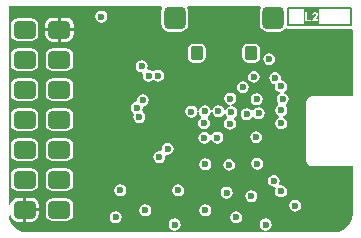
<source format=gbr>
%TF.GenerationSoftware,Altium Limited,Altium Designer,20.2.6 (244)*%
G04 Layer_Physical_Order=2*
G04 Layer_Color=36540*
%FSLAX45Y45*%
%MOMM*%
%TF.SameCoordinates,9E4D4D7D-1FFC-428C-BB03-7E89B6F1CBBC*%
%TF.FilePolarity,Positive*%
%TF.FileFunction,Copper,L2,Inr,Signal*%
%TF.Part,Single*%
G01*
G75*
%TA.AperFunction,NonConductor*%
%ADD22C,0.15000*%
%TA.AperFunction,ComponentPad*%
G04:AMPARAMS|DCode=27|XSize=1.1mm|YSize=1.2mm|CornerRadius=0.275mm|HoleSize=0mm|Usage=FLASHONLY|Rotation=180.000|XOffset=0mm|YOffset=0mm|HoleType=Round|Shape=RoundedRectangle|*
%AMROUNDEDRECTD27*
21,1,1.10000,0.65000,0,0,180.0*
21,1,0.55000,1.20000,0,0,180.0*
1,1,0.55000,-0.27500,0.32500*
1,1,0.55000,0.27500,0.32500*
1,1,0.55000,0.27500,-0.32500*
1,1,0.55000,-0.27500,-0.32500*
%
%ADD27ROUNDEDRECTD27*%
G04:AMPARAMS|DCode=28|XSize=1.9mm|YSize=1.9mm|CornerRadius=0.475mm|HoleSize=0mm|Usage=FLASHONLY|Rotation=180.000|XOffset=0mm|YOffset=0mm|HoleType=Round|Shape=RoundedRectangle|*
%AMROUNDEDRECTD28*
21,1,1.90000,0.95000,0,0,180.0*
21,1,0.95000,1.90000,0,0,180.0*
1,1,0.95000,-0.47500,0.47500*
1,1,0.95000,0.47500,0.47500*
1,1,0.95000,0.47500,-0.47500*
1,1,0.95000,-0.47500,-0.47500*
%
%ADD28ROUNDEDRECTD28*%
%TA.AperFunction,ViaPad*%
%ADD29C,0.60000*%
%TA.AperFunction,ComponentPad*%
G04:AMPARAMS|DCode=30|XSize=1.5mm|YSize=1.9mm|CornerRadius=0.375mm|HoleSize=0mm|Usage=FLASHONLY|Rotation=270.000|XOffset=0mm|YOffset=0mm|HoleType=Round|Shape=RoundedRectangle|*
%AMROUNDEDRECTD30*
21,1,1.50000,1.15000,0,0,270.0*
21,1,0.75000,1.90000,0,0,270.0*
1,1,0.75000,-0.57500,-0.37500*
1,1,0.75000,-0.57500,0.37500*
1,1,0.75000,0.57500,0.37500*
1,1,0.75000,0.57500,-0.37500*
%
%ADD30ROUNDEDRECTD30*%
G36*
X2179924Y1942827D02*
X2173917Y1933837D01*
X2168678Y1907500D01*
Y1812500D01*
X2173917Y1786163D01*
X2188836Y1763836D01*
X2211163Y1748917D01*
X2237500Y1743678D01*
X2332500D01*
X2358837Y1748917D01*
X2381164Y1763836D01*
X2389566Y1776409D01*
X2396770Y1771596D01*
X2407500Y1769462D01*
X2942500D01*
X2956056Y1756864D01*
Y1194971D01*
X2610000D01*
X2593183Y1191626D01*
X2578927Y1182100D01*
X2569401Y1167844D01*
X2566056Y1151027D01*
Y650000D01*
X2569401Y633183D01*
X2578927Y618927D01*
X2593183Y609401D01*
X2610000Y606056D01*
X2956056D01*
Y200000D01*
X2956165Y199453D01*
X2950913Y159563D01*
X2935305Y121882D01*
X2910476Y89524D01*
X2878118Y64695D01*
X2840437Y49087D01*
X2800547Y43836D01*
X2800000Y43944D01*
X200000D01*
X199453Y43836D01*
X159563Y49087D01*
X121882Y64695D01*
X89524Y89524D01*
X64695Y121882D01*
X49087Y159563D01*
X45697Y185316D01*
X60504Y187761D01*
X63250Y173958D01*
X77152Y153152D01*
X97958Y139250D01*
X122500Y134368D01*
X167300D01*
Y236000D01*
Y337632D01*
X122500D01*
X97958Y332750D01*
X77152Y318848D01*
X63250Y298042D01*
X58944Y276397D01*
X43944Y277875D01*
Y1956056D01*
X1337853D01*
X1344924Y1942827D01*
X1338917Y1933837D01*
X1333678Y1907500D01*
Y1812500D01*
X1338917Y1786163D01*
X1353835Y1763836D01*
X1376163Y1748917D01*
X1402500Y1743678D01*
X1497500D01*
X1523837Y1748917D01*
X1546164Y1763836D01*
X1561083Y1786163D01*
X1566322Y1812500D01*
Y1907500D01*
X1561083Y1933837D01*
X1555076Y1942827D01*
X1562147Y1956056D01*
X2172853D01*
X2179924Y1942827D01*
D02*
G37*
G36*
X2675500Y1804500D02*
X2544500D01*
Y1935500D01*
X2675500D01*
Y1804500D01*
D02*
G37*
%LPC*%
G36*
X830000Y1920980D02*
X810491Y1917099D01*
X793952Y1906048D01*
X782901Y1889509D01*
X779021Y1870000D01*
X782901Y1850491D01*
X793952Y1833952D01*
X810491Y1822901D01*
X830000Y1819020D01*
X849509Y1822901D01*
X866048Y1833952D01*
X877099Y1850491D01*
X880980Y1870000D01*
X877099Y1889509D01*
X866048Y1906048D01*
X849509Y1917099D01*
X830000Y1920980D01*
D02*
G37*
G36*
X531500Y1861632D02*
X486700D01*
Y1772700D01*
X595632D01*
Y1797500D01*
X590750Y1822042D01*
X576848Y1842848D01*
X556042Y1856750D01*
X531500Y1861632D01*
D02*
G37*
G36*
X461300D02*
X416500D01*
X391958Y1856750D01*
X371152Y1842848D01*
X357250Y1822042D01*
X352368Y1797500D01*
Y1772700D01*
X461300D01*
Y1861632D01*
D02*
G37*
G36*
X237500Y1856126D02*
X122500D01*
X100065Y1851664D01*
X81045Y1838955D01*
X68337Y1819935D01*
X63874Y1797500D01*
Y1722500D01*
X68337Y1700065D01*
X81045Y1681045D01*
X100065Y1668337D01*
X122500Y1663874D01*
X237500D01*
X259935Y1668337D01*
X278955Y1681045D01*
X291664Y1700065D01*
X296126Y1722500D01*
Y1797500D01*
X291664Y1819935D01*
X278955Y1838955D01*
X259935Y1851664D01*
X237500Y1856126D01*
D02*
G37*
G36*
X595632Y1747300D02*
X486700D01*
Y1658368D01*
X531500D01*
X556042Y1663250D01*
X576848Y1677152D01*
X590750Y1697958D01*
X595632Y1722500D01*
Y1747300D01*
D02*
G37*
G36*
X461300D02*
X352368D01*
Y1722500D01*
X357250Y1697958D01*
X371152Y1677152D01*
X391958Y1663250D01*
X416500Y1658368D01*
X461300D01*
Y1747300D01*
D02*
G37*
G36*
X2125000Y1640931D02*
X2070000D01*
X2051467Y1637244D01*
X2035755Y1626746D01*
X2025256Y1611034D01*
X2021569Y1592500D01*
Y1527500D01*
X2025256Y1508967D01*
X2035755Y1493255D01*
X2051467Y1482756D01*
X2070000Y1479070D01*
X2125000D01*
X2143533Y1482756D01*
X2159245Y1493255D01*
X2169744Y1508967D01*
X2173431Y1527500D01*
Y1592500D01*
X2169744Y1611034D01*
X2159245Y1626746D01*
X2143533Y1637244D01*
X2125000Y1640931D01*
D02*
G37*
G36*
X1665000D02*
X1610000D01*
X1591466Y1637244D01*
X1575755Y1626746D01*
X1565256Y1611034D01*
X1561569Y1592500D01*
Y1527500D01*
X1565256Y1508967D01*
X1575755Y1493255D01*
X1591466Y1482756D01*
X1610000Y1479070D01*
X1665000D01*
X1683533Y1482756D01*
X1699245Y1493255D01*
X1709744Y1508967D01*
X1713430Y1527500D01*
Y1592500D01*
X1709744Y1611034D01*
X1699245Y1626746D01*
X1683533Y1637244D01*
X1665000Y1640931D01*
D02*
G37*
G36*
X2250000Y1560980D02*
X2230491Y1557099D01*
X2213952Y1546048D01*
X2202901Y1529509D01*
X2199020Y1510000D01*
X2202901Y1490491D01*
X2213952Y1473952D01*
X2230491Y1462901D01*
X2250000Y1459020D01*
X2269509Y1462901D01*
X2286048Y1473952D01*
X2297099Y1490491D01*
X2300980Y1510000D01*
X2297099Y1529509D01*
X2286048Y1546048D01*
X2269509Y1557099D01*
X2250000Y1560980D01*
D02*
G37*
G36*
X531500Y1602126D02*
X416500D01*
X394065Y1597664D01*
X375045Y1584955D01*
X362337Y1565935D01*
X357874Y1543500D01*
Y1468500D01*
X362337Y1446065D01*
X375045Y1427045D01*
X394065Y1414337D01*
X416500Y1409874D01*
X531500D01*
X553935Y1414337D01*
X572955Y1427045D01*
X585664Y1446065D01*
X590126Y1468500D01*
Y1543500D01*
X585664Y1565935D01*
X572955Y1584955D01*
X553935Y1597664D01*
X531500Y1602126D01*
D02*
G37*
G36*
X237500D02*
X122500D01*
X100065Y1597664D01*
X81045Y1584955D01*
X68337Y1565935D01*
X63874Y1543500D01*
Y1468500D01*
X68337Y1446065D01*
X81045Y1427045D01*
X100065Y1414337D01*
X122500Y1409874D01*
X237500D01*
X259935Y1414337D01*
X278955Y1427045D01*
X291664Y1446065D01*
X296126Y1468500D01*
Y1543500D01*
X291664Y1565935D01*
X278955Y1584955D01*
X259935Y1597664D01*
X237500Y1602126D01*
D02*
G37*
G36*
X1170000Y1500979D02*
X1150491Y1497099D01*
X1133952Y1486048D01*
X1122901Y1469509D01*
X1119020Y1450000D01*
X1122901Y1430491D01*
X1133952Y1413952D01*
X1150491Y1402901D01*
X1170000Y1399020D01*
X1171402Y1399299D01*
X1175744Y1395600D01*
X1182233Y1386160D01*
X1179018Y1369997D01*
X1182899Y1350488D01*
X1193950Y1333949D01*
X1210489Y1322898D01*
X1229998Y1319018D01*
X1249507Y1322898D01*
X1259041Y1329269D01*
X1273952Y1333952D01*
X1290491Y1322901D01*
X1310000Y1319020D01*
X1329509Y1322901D01*
X1346048Y1333952D01*
X1357099Y1350491D01*
X1360979Y1370000D01*
X1357099Y1389509D01*
X1346048Y1406048D01*
X1329509Y1417099D01*
X1310000Y1420980D01*
X1290491Y1417099D01*
X1273952Y1406048D01*
X1259038Y1410727D01*
X1249507Y1417096D01*
X1229998Y1420977D01*
X1228596Y1420698D01*
X1224253Y1424397D01*
X1217765Y1433838D01*
X1220980Y1450000D01*
X1217099Y1469509D01*
X1206048Y1486048D01*
X1189509Y1497099D01*
X1170000Y1500979D01*
D02*
G37*
G36*
X2119996Y1410977D02*
X2100487Y1407096D01*
X2083948Y1396045D01*
X2072897Y1379506D01*
X2069016Y1359997D01*
X2072897Y1340488D01*
X2083948Y1323949D01*
X2100487Y1312898D01*
X2119996Y1309018D01*
X2139505Y1312898D01*
X2156044Y1323949D01*
X2167095Y1340488D01*
X2170975Y1359997D01*
X2167095Y1379506D01*
X2156044Y1396045D01*
X2139505Y1407096D01*
X2119996Y1410977D01*
D02*
G37*
G36*
X2026435Y1323480D02*
X2006926Y1319599D01*
X1990387Y1308548D01*
X1979336Y1292009D01*
X1975455Y1272500D01*
X1979336Y1252991D01*
X1990387Y1236452D01*
X2006926Y1225401D01*
X2026435Y1221521D01*
X2045944Y1225401D01*
X2062483Y1236452D01*
X2073534Y1252991D01*
X2077414Y1272500D01*
X2073534Y1292009D01*
X2062483Y1308548D01*
X2045944Y1319599D01*
X2026435Y1323480D01*
D02*
G37*
G36*
X531500Y1348126D02*
X416500D01*
X394065Y1343664D01*
X375045Y1330955D01*
X362337Y1311935D01*
X357874Y1289500D01*
Y1214500D01*
X362337Y1192065D01*
X375045Y1173045D01*
X394065Y1160337D01*
X416500Y1155874D01*
X531500D01*
X553935Y1160337D01*
X572955Y1173045D01*
X585664Y1192065D01*
X590126Y1214500D01*
Y1289500D01*
X585664Y1311935D01*
X572955Y1330955D01*
X553935Y1343664D01*
X531500Y1348126D01*
D02*
G37*
G36*
X237500D02*
X122500D01*
X100065Y1343664D01*
X81045Y1330955D01*
X68337Y1311935D01*
X63874Y1289500D01*
Y1214500D01*
X68337Y1192065D01*
X81045Y1173045D01*
X100065Y1160337D01*
X122500Y1155874D01*
X237500D01*
X259935Y1160337D01*
X278955Y1173045D01*
X291664Y1192065D01*
X296126Y1214500D01*
Y1289500D01*
X291664Y1311935D01*
X278955Y1330955D01*
X259935Y1343664D01*
X237500Y1348126D01*
D02*
G37*
G36*
X2144642Y1221687D02*
X2125133Y1217807D01*
X2108594Y1206756D01*
X2097543Y1190217D01*
X2093663Y1170708D01*
X2097543Y1151199D01*
X2108594Y1134660D01*
X2125133Y1123609D01*
X2144642Y1119728D01*
X2164151Y1123609D01*
X2180690Y1134660D01*
X2191741Y1151199D01*
X2195622Y1170708D01*
X2191741Y1190217D01*
X2180690Y1206756D01*
X2164151Y1217807D01*
X2144642Y1221687D01*
D02*
G37*
G36*
X1921065Y1225980D02*
X1901557Y1222099D01*
X1885018Y1211048D01*
X1873967Y1194509D01*
X1870086Y1175000D01*
X1873967Y1155491D01*
X1885018Y1138952D01*
X1901557Y1127901D01*
X1913875Y1125451D01*
X1921065Y1124020D01*
X1922795Y1109547D01*
X1910491Y1107099D01*
X1893952Y1096048D01*
X1884039Y1081212D01*
X1877224Y1080799D01*
X1868430Y1082796D01*
X1867095Y1089507D01*
X1856044Y1106046D01*
X1839505Y1117097D01*
X1819996Y1120977D01*
X1800487Y1117097D01*
X1783948Y1106046D01*
X1772897Y1089507D01*
X1770566Y1077786D01*
X1755272D01*
X1753215Y1088125D01*
X1742164Y1104664D01*
X1725625Y1115715D01*
X1706116Y1119596D01*
X1686607Y1115715D01*
X1670069Y1104664D01*
X1659018Y1088125D01*
X1656638Y1076161D01*
X1655909Y1072499D01*
X1640616D01*
X1639995Y1075618D01*
X1638216Y1084561D01*
X1627165Y1101100D01*
X1610626Y1112151D01*
X1591117Y1116031D01*
X1571608Y1112151D01*
X1555069Y1101100D01*
X1544018Y1084561D01*
X1540137Y1065052D01*
X1544018Y1045543D01*
X1555069Y1029004D01*
X1571608Y1017953D01*
X1591117Y1014072D01*
X1610626Y1017953D01*
X1627165Y1029004D01*
X1638216Y1045543D01*
X1640596Y1057507D01*
X1641325Y1061169D01*
X1656618D01*
X1657239Y1058050D01*
X1659018Y1049107D01*
X1670069Y1032568D01*
X1675356Y1029035D01*
X1676136Y1025662D01*
X1674329Y1011681D01*
X1662156Y1003548D01*
X1651105Y987009D01*
X1647225Y967500D01*
X1651105Y947991D01*
X1662156Y931452D01*
X1678695Y920401D01*
X1698204Y916520D01*
X1717713Y920401D01*
X1734252Y931452D01*
X1745303Y947991D01*
X1749184Y967500D01*
X1745303Y987009D01*
X1734252Y1003548D01*
X1728964Y1007081D01*
X1728184Y1010454D01*
X1729992Y1024435D01*
X1742164Y1032568D01*
X1753215Y1049107D01*
X1755547Y1060828D01*
X1770841D01*
X1772897Y1050489D01*
X1783948Y1033950D01*
X1800487Y1022899D01*
X1819996Y1019018D01*
X1839505Y1022899D01*
X1856044Y1033950D01*
X1865957Y1048786D01*
X1872773Y1049199D01*
X1881566Y1047202D01*
X1882901Y1040491D01*
X1893418Y1024751D01*
X1893922Y1023689D01*
X1892059Y1007176D01*
X1882887Y1001048D01*
X1871836Y984509D01*
X1867955Y965000D01*
X1871836Y945491D01*
X1882887Y928952D01*
X1899426Y917901D01*
X1918935Y914020D01*
X1938444Y917901D01*
X1954983Y928952D01*
X1966034Y945491D01*
X1969915Y965000D01*
X1966034Y984509D01*
X1955517Y1000248D01*
X1955013Y1001310D01*
X1956876Y1017823D01*
X1966048Y1023952D01*
X1977099Y1040491D01*
X1980980Y1060000D01*
X1977099Y1079509D01*
X1966048Y1096048D01*
X1949509Y1107099D01*
X1937191Y1109549D01*
X1930000Y1110980D01*
X1928270Y1125453D01*
X1940574Y1127901D01*
X1957113Y1138952D01*
X1968164Y1155491D01*
X1972045Y1175000D01*
X1968164Y1194509D01*
X1957113Y1211048D01*
X1940574Y1222099D01*
X1921065Y1225980D01*
D02*
G37*
G36*
X2159996Y1100977D02*
X2140487Y1097097D01*
X2123948Y1086046D01*
X2117348Y1076169D01*
X2099912Y1075265D01*
X2096048Y1081048D01*
X2079509Y1092099D01*
X2060000Y1095980D01*
X2040491Y1092099D01*
X2023952Y1081048D01*
X2012901Y1064509D01*
X2009020Y1045000D01*
X2012901Y1025491D01*
X2023952Y1008952D01*
X2040491Y997901D01*
X2060000Y994020D01*
X2079509Y997901D01*
X2096048Y1008952D01*
X2102647Y1018829D01*
X2120083Y1019733D01*
X2123948Y1013950D01*
X2140487Y1002899D01*
X2159996Y999018D01*
X2179505Y1002899D01*
X2196044Y1013950D01*
X2207095Y1030489D01*
X2210975Y1049998D01*
X2207095Y1069507D01*
X2196044Y1086046D01*
X2179505Y1097097D01*
X2159996Y1100977D01*
D02*
G37*
G36*
X1180000Y1210980D02*
X1160491Y1207099D01*
X1143952Y1196048D01*
X1132901Y1179509D01*
X1129020Y1160000D01*
X1116072Y1148207D01*
X1110489Y1147097D01*
X1093950Y1136046D01*
X1082899Y1119507D01*
X1079018Y1099998D01*
X1082899Y1080489D01*
X1093950Y1063950D01*
X1099216Y1060431D01*
X1103355Y1040188D01*
X1102901Y1039509D01*
X1099020Y1020000D01*
X1102901Y1000491D01*
X1113952Y983952D01*
X1130491Y972901D01*
X1150000Y969020D01*
X1169509Y972901D01*
X1186048Y983952D01*
X1197099Y1000491D01*
X1200980Y1020000D01*
X1197099Y1039509D01*
X1186048Y1056048D01*
X1180781Y1059567D01*
X1176643Y1079810D01*
X1177097Y1080489D01*
X1180977Y1099998D01*
X1193925Y1111791D01*
X1199509Y1112901D01*
X1216048Y1123952D01*
X1227099Y1140491D01*
X1230980Y1160000D01*
X1227099Y1179509D01*
X1216048Y1196048D01*
X1199509Y1207099D01*
X1180000Y1210980D01*
D02*
G37*
G36*
X2300000Y1400980D02*
X2280491Y1397099D01*
X2263952Y1386048D01*
X2252901Y1369509D01*
X2249020Y1350000D01*
X2252901Y1330491D01*
X2263952Y1313952D01*
X2280491Y1302901D01*
X2300000Y1299020D01*
X2299994Y1284892D01*
X2299021Y1280000D01*
X2302901Y1260491D01*
X2313952Y1243952D01*
X2330491Y1232901D01*
X2339518Y1231105D01*
X2341408Y1215435D01*
X2328952Y1207113D01*
X2317901Y1190574D01*
X2314021Y1171065D01*
X2317901Y1151556D01*
X2327820Y1136712D01*
X2328901Y1134728D01*
X2326090Y1118889D01*
X2317938Y1113442D01*
X2306887Y1096903D01*
X2303006Y1077394D01*
X2306887Y1057885D01*
X2317938Y1041346D01*
X2334477Y1030295D01*
X2336668Y1029859D01*
Y1014565D01*
X2332347Y1013706D01*
X2315808Y1002655D01*
X2304757Y986116D01*
X2300876Y966607D01*
X2304757Y947098D01*
X2315808Y930559D01*
X2332347Y919508D01*
X2351856Y915627D01*
X2371365Y919508D01*
X2387904Y930559D01*
X2398955Y947098D01*
X2402835Y966607D01*
X2398955Y986116D01*
X2387904Y1002655D01*
X2371365Y1013706D01*
X2369174Y1014142D01*
Y1029436D01*
X2373495Y1030295D01*
X2390034Y1041346D01*
X2401085Y1057885D01*
X2404965Y1077394D01*
X2401085Y1096903D01*
X2391166Y1111747D01*
X2390085Y1113731D01*
X2392896Y1129570D01*
X2401048Y1135017D01*
X2412099Y1151556D01*
X2415980Y1171065D01*
X2412099Y1190574D01*
X2401048Y1207113D01*
X2384509Y1218164D01*
X2375482Y1219959D01*
X2373592Y1235629D01*
X2386048Y1243952D01*
X2397099Y1260491D01*
X2400980Y1280000D01*
X2397099Y1299509D01*
X2386048Y1316048D01*
X2369509Y1327099D01*
X2350000Y1330980D01*
X2350006Y1345108D01*
X2350980Y1350000D01*
X2347099Y1369509D01*
X2336048Y1386048D01*
X2319509Y1397099D01*
X2300000Y1400980D01*
D02*
G37*
G36*
X531500Y1094126D02*
X416500D01*
X394065Y1089664D01*
X375045Y1076955D01*
X362337Y1057935D01*
X357874Y1035500D01*
Y960500D01*
X362337Y938065D01*
X375045Y919045D01*
X394065Y906337D01*
X416500Y901874D01*
X531500D01*
X553935Y906337D01*
X572955Y919045D01*
X585664Y938065D01*
X590126Y960500D01*
Y1035500D01*
X585664Y1057935D01*
X572955Y1076955D01*
X553935Y1089664D01*
X531500Y1094126D01*
D02*
G37*
G36*
X237500D02*
X122500D01*
X100065Y1089664D01*
X81045Y1076955D01*
X68337Y1057935D01*
X63874Y1035500D01*
Y960500D01*
X68337Y938065D01*
X81045Y919045D01*
X100065Y906337D01*
X122500Y901874D01*
X237500D01*
X259935Y906337D01*
X278955Y919045D01*
X291664Y938065D01*
X296126Y960500D01*
Y1035500D01*
X291664Y1057935D01*
X278955Y1076955D01*
X259935Y1089664D01*
X237500Y1094126D01*
D02*
G37*
G36*
X1811065Y895980D02*
X1791556Y892100D01*
X1775017Y881049D01*
X1764250Y864935D01*
X1759719Y864194D01*
X1753579Y863736D01*
X1748639Y864342D01*
X1738208Y879954D01*
X1721669Y891005D01*
X1702160Y894885D01*
X1682651Y891005D01*
X1666112Y879954D01*
X1655061Y863415D01*
X1651180Y843906D01*
X1655061Y824397D01*
X1666112Y807858D01*
X1682651Y796807D01*
X1702160Y792926D01*
X1721669Y796807D01*
X1738208Y807858D01*
X1748974Y823971D01*
X1753505Y824713D01*
X1759645Y825170D01*
X1764586Y824564D01*
X1775017Y808953D01*
X1791556Y797902D01*
X1811065Y794021D01*
X1830574Y797902D01*
X1847113Y808953D01*
X1858164Y825492D01*
X1862044Y845001D01*
X1858164Y864510D01*
X1847113Y881049D01*
X1830574Y892100D01*
X1811065Y895980D01*
D02*
G37*
G36*
X2140000Y900980D02*
X2120491Y897099D01*
X2103952Y886048D01*
X2092901Y869509D01*
X2089020Y850000D01*
X2092901Y830491D01*
X2103952Y813952D01*
X2120491Y802901D01*
X2140000Y799021D01*
X2159509Y802901D01*
X2176048Y813952D01*
X2187099Y830491D01*
X2190980Y850000D01*
X2187099Y869509D01*
X2176048Y886048D01*
X2159509Y897099D01*
X2140000Y900980D01*
D02*
G37*
G36*
X1390000Y800980D02*
X1370491Y797099D01*
X1353952Y786048D01*
X1342901Y769509D01*
X1339020Y750000D01*
X1340576Y742181D01*
X1327819Y729424D01*
X1320000Y730979D01*
X1300491Y727099D01*
X1283952Y716048D01*
X1272901Y699509D01*
X1269020Y680000D01*
X1272901Y660491D01*
X1283952Y643952D01*
X1300491Y632901D01*
X1320000Y629020D01*
X1339509Y632901D01*
X1356048Y643952D01*
X1367099Y660491D01*
X1370979Y680000D01*
X1369424Y687819D01*
X1382181Y700576D01*
X1390000Y699020D01*
X1409509Y702901D01*
X1426048Y713952D01*
X1437099Y730491D01*
X1440980Y750000D01*
X1437099Y769509D01*
X1426048Y786048D01*
X1409509Y797099D01*
X1390000Y800980D01*
D02*
G37*
G36*
X531500Y840126D02*
X416500D01*
X394065Y835664D01*
X375045Y822955D01*
X362337Y803935D01*
X357874Y781500D01*
Y706500D01*
X362337Y684065D01*
X375045Y665045D01*
X394065Y652337D01*
X416500Y647874D01*
X531500D01*
X553935Y652337D01*
X572955Y665045D01*
X585664Y684065D01*
X590126Y706500D01*
Y781500D01*
X585664Y803935D01*
X572955Y822955D01*
X553935Y835664D01*
X531500Y840126D01*
D02*
G37*
G36*
X237500D02*
X122500D01*
X100065Y835664D01*
X81045Y822955D01*
X68337Y803935D01*
X63874Y781500D01*
Y706500D01*
X68337Y684065D01*
X81045Y665045D01*
X100065Y652337D01*
X122500Y647874D01*
X237500D01*
X259935Y652337D01*
X278955Y665045D01*
X291664Y684065D01*
X296126Y706500D01*
Y781500D01*
X291664Y803935D01*
X278955Y822955D01*
X259935Y835664D01*
X237500Y840126D01*
D02*
G37*
G36*
X2148934Y675980D02*
X2129426Y672099D01*
X2112887Y661048D01*
X2101836Y644509D01*
X2097955Y625000D01*
X2101836Y605491D01*
X2112887Y588952D01*
X2129426Y577901D01*
X2148934Y574020D01*
X2168443Y577901D01*
X2184982Y588952D01*
X2196033Y605491D01*
X2199914Y625000D01*
X2196033Y644509D01*
X2184982Y661048D01*
X2168443Y672099D01*
X2148934Y675980D01*
D02*
G37*
G36*
X1710000Y670980D02*
X1690491Y667099D01*
X1673952Y656048D01*
X1662901Y639509D01*
X1659020Y620000D01*
X1662901Y600491D01*
X1673952Y583952D01*
X1690491Y572901D01*
X1710000Y569020D01*
X1729509Y572901D01*
X1746048Y583952D01*
X1757099Y600491D01*
X1760979Y620000D01*
X1757099Y639509D01*
X1746048Y656048D01*
X1729509Y667099D01*
X1710000Y670980D01*
D02*
G37*
G36*
X1910991Y665905D02*
X1891482Y662025D01*
X1874943Y650974D01*
X1863892Y634435D01*
X1860012Y614926D01*
X1863892Y595417D01*
X1874943Y578878D01*
X1891482Y567827D01*
X1910991Y563946D01*
X1930500Y567827D01*
X1947039Y578878D01*
X1958090Y595417D01*
X1961971Y614926D01*
X1958090Y634435D01*
X1947039Y650974D01*
X1930500Y662025D01*
X1910991Y665905D01*
D02*
G37*
G36*
X531500Y586126D02*
X416500D01*
X394065Y581664D01*
X375045Y568955D01*
X362337Y549935D01*
X357874Y527500D01*
Y452500D01*
X362337Y430065D01*
X375045Y411045D01*
X394065Y398337D01*
X416500Y393874D01*
X531500D01*
X553935Y398337D01*
X572955Y411045D01*
X585664Y430065D01*
X590126Y452500D01*
Y527500D01*
X585664Y549935D01*
X572955Y568955D01*
X553935Y581664D01*
X531500Y586126D01*
D02*
G37*
G36*
X237500D02*
X122500D01*
X100065Y581664D01*
X81045Y568955D01*
X68337Y549935D01*
X63874Y527500D01*
Y452500D01*
X68337Y430065D01*
X81045Y411045D01*
X100065Y398337D01*
X122500Y393874D01*
X237500D01*
X259935Y398337D01*
X278955Y411045D01*
X291664Y430065D01*
X296126Y452500D01*
Y527500D01*
X291664Y549935D01*
X278955Y568955D01*
X259935Y581664D01*
X237500Y586126D01*
D02*
G37*
G36*
X1480000Y450980D02*
X1460491Y447099D01*
X1443952Y436048D01*
X1432901Y419509D01*
X1429021Y400000D01*
X1432901Y380491D01*
X1443952Y363952D01*
X1460491Y352901D01*
X1480000Y349020D01*
X1499509Y352901D01*
X1516048Y363952D01*
X1527099Y380491D01*
X1530980Y400000D01*
X1527099Y419509D01*
X1516048Y436048D01*
X1499509Y447099D01*
X1480000Y450980D01*
D02*
G37*
G36*
X990000D02*
X970491Y447099D01*
X953952Y436048D01*
X942901Y419509D01*
X939020Y400000D01*
X942901Y380491D01*
X953952Y363952D01*
X970491Y352901D01*
X990000Y349020D01*
X1009509Y352901D01*
X1026048Y363952D01*
X1037099Y380491D01*
X1040980Y400000D01*
X1037099Y419509D01*
X1026048Y436048D01*
X1009509Y447099D01*
X990000Y450980D01*
D02*
G37*
G36*
X2290000Y530980D02*
X2270491Y527099D01*
X2253952Y516048D01*
X2242901Y499509D01*
X2239020Y480000D01*
X2242901Y460491D01*
X2253952Y443952D01*
X2270491Y432901D01*
X2290000Y429020D01*
X2299109Y430832D01*
X2308129Y417333D01*
X2302901Y409509D01*
X2299021Y390000D01*
X2302901Y370491D01*
X2313952Y353952D01*
X2330491Y342901D01*
X2350000Y339020D01*
X2369509Y342901D01*
X2386048Y353952D01*
X2397099Y370491D01*
X2400980Y390000D01*
X2397099Y409509D01*
X2386048Y426048D01*
X2369509Y437099D01*
X2350000Y440980D01*
X2340891Y439168D01*
X2331871Y452667D01*
X2337099Y460491D01*
X2340980Y480000D01*
X2337099Y499509D01*
X2326048Y516048D01*
X2309509Y527099D01*
X2290000Y530980D01*
D02*
G37*
G36*
X1890000Y430980D02*
X1870491Y427099D01*
X1853952Y416048D01*
X1842901Y399509D01*
X1839020Y380000D01*
X1842901Y360491D01*
X1853952Y343952D01*
X1870491Y332901D01*
X1890000Y329020D01*
X1909509Y332901D01*
X1926048Y343952D01*
X1937099Y360491D01*
X1940980Y380000D01*
X1937099Y399509D01*
X1926048Y416048D01*
X1909509Y427099D01*
X1890000Y430980D01*
D02*
G37*
G36*
X2100000Y400980D02*
X2080491Y397099D01*
X2063952Y386048D01*
X2052901Y369509D01*
X2049021Y350000D01*
X2052901Y330491D01*
X2063952Y313952D01*
X2080491Y302901D01*
X2100000Y299020D01*
X2119509Y302901D01*
X2136048Y313952D01*
X2147099Y330491D01*
X2150980Y350000D01*
X2147099Y369509D01*
X2136048Y386048D01*
X2119509Y397099D01*
X2100000Y400980D01*
D02*
G37*
G36*
X237500Y337632D02*
X192700D01*
Y248700D01*
X301632D01*
Y273500D01*
X296750Y298042D01*
X282848Y318848D01*
X262042Y332750D01*
X237500Y337632D01*
D02*
G37*
G36*
X2470000Y320980D02*
X2450491Y317099D01*
X2433952Y306048D01*
X2422901Y289509D01*
X2419020Y270000D01*
X2422901Y250491D01*
X2433952Y233952D01*
X2450491Y222901D01*
X2470000Y219020D01*
X2489509Y222901D01*
X2506048Y233952D01*
X2517099Y250491D01*
X2520979Y270000D01*
X2517099Y289509D01*
X2506048Y306048D01*
X2489509Y317099D01*
X2470000Y320980D01*
D02*
G37*
G36*
X1710000Y280980D02*
X1690491Y277099D01*
X1673952Y266048D01*
X1662901Y249509D01*
X1659020Y230000D01*
X1662901Y210491D01*
X1673952Y193952D01*
X1690491Y182901D01*
X1710000Y179020D01*
X1729509Y182901D01*
X1746048Y193952D01*
X1757099Y210491D01*
X1760979Y230000D01*
X1757099Y249509D01*
X1746048Y266048D01*
X1729509Y277099D01*
X1710000Y280980D01*
D02*
G37*
G36*
X1201480Y280683D02*
X1181971Y276803D01*
X1165433Y265752D01*
X1154381Y249213D01*
X1150501Y229704D01*
X1154381Y210195D01*
X1165433Y193656D01*
X1181971Y182605D01*
X1201480Y178724D01*
X1220989Y182605D01*
X1237528Y193656D01*
X1248579Y210195D01*
X1252460Y229704D01*
X1248579Y249213D01*
X1237528Y265752D01*
X1220989Y276803D01*
X1201480Y280683D01*
D02*
G37*
G36*
X531500Y332126D02*
X416500D01*
X394065Y327664D01*
X375045Y314955D01*
X362337Y295935D01*
X357874Y273500D01*
Y198500D01*
X362337Y176065D01*
X375045Y157045D01*
X394065Y144337D01*
X416500Y139874D01*
X531500D01*
X553935Y144337D01*
X572955Y157045D01*
X585664Y176065D01*
X590126Y198500D01*
Y273500D01*
X585664Y295935D01*
X572955Y314955D01*
X553935Y327664D01*
X531500Y332126D01*
D02*
G37*
G36*
X301632Y223300D02*
X192700D01*
Y134368D01*
X237500D01*
X262042Y139250D01*
X282848Y153152D01*
X296750Y173958D01*
X301632Y198500D01*
Y223300D01*
D02*
G37*
G36*
X1970000Y220979D02*
X1950491Y217099D01*
X1933952Y206048D01*
X1922901Y189509D01*
X1919021Y170000D01*
X1922901Y150491D01*
X1933952Y133952D01*
X1950491Y122901D01*
X1970000Y119020D01*
X1989509Y122901D01*
X2006048Y133952D01*
X2017099Y150491D01*
X2020980Y170000D01*
X2017099Y189509D01*
X2006048Y206048D01*
X1989509Y217099D01*
X1970000Y220979D01*
D02*
G37*
G36*
X949998Y220979D02*
X930489Y217099D01*
X913950Y206048D01*
X902899Y189509D01*
X899019Y170000D01*
X902899Y150491D01*
X913950Y133952D01*
X930489Y122901D01*
X949998Y119020D01*
X969507Y122901D01*
X986046Y133952D01*
X997097Y150491D01*
X1000978Y170000D01*
X997097Y189509D01*
X986046Y206048D01*
X969507Y217099D01*
X949998Y220979D01*
D02*
G37*
G36*
X2220000Y160980D02*
X2200491Y157099D01*
X2183952Y146048D01*
X2172901Y129509D01*
X2169020Y110000D01*
X2172901Y90491D01*
X2183952Y73952D01*
X2200491Y62901D01*
X2220000Y59020D01*
X2239509Y62901D01*
X2256048Y73952D01*
X2267099Y90491D01*
X2270979Y110000D01*
X2267099Y129509D01*
X2256048Y146048D01*
X2239509Y157099D01*
X2220000Y160980D01*
D02*
G37*
G36*
X1450000D02*
X1430491Y157099D01*
X1413952Y146048D01*
X1402901Y129509D01*
X1399020Y110000D01*
X1402901Y90491D01*
X1413952Y73952D01*
X1430491Y62901D01*
X1450000Y59020D01*
X1469509Y62901D01*
X1486048Y73952D01*
X1497099Y90491D01*
X1500979Y110000D01*
X1497099Y129509D01*
X1486048Y146048D01*
X1469509Y157099D01*
X1450000Y160980D01*
D02*
G37*
G36*
X2663378Y1906868D02*
X2614008D01*
X2640020D01*
X2638215Y1906815D01*
X2636464Y1906656D01*
X2634818Y1906391D01*
X2633225Y1906072D01*
X2631792Y1905701D01*
X2630412Y1905276D01*
X2629138Y1904798D01*
X2628023Y1904320D01*
X2627014Y1903843D01*
X2626059Y1903365D01*
X2625316Y1902940D01*
X2624625Y1902568D01*
X2624148Y1902250D01*
X2623776Y1901985D01*
X2623511Y1901825D01*
X2623458Y1901772D01*
X2622290Y1900764D01*
X2621228Y1899596D01*
X2620272Y1898375D01*
X2619476Y1897048D01*
X2618733Y1895667D01*
X2618096Y1894287D01*
X2617565Y1892907D01*
X2617087Y1891527D01*
X2616716Y1890253D01*
X2616397Y1889032D01*
X2616132Y1887970D01*
X2615972Y1887014D01*
X2615813Y1886218D01*
X2615760Y1885899D01*
X2615707Y1885634D01*
Y1885422D01*
X2615654Y1885262D01*
Y1885156D01*
Y1885103D01*
X2629669Y1883723D01*
X2629775Y1884838D01*
X2629881Y1885846D01*
X2630093Y1886802D01*
X2630306Y1887704D01*
X2630518Y1888501D01*
X2630783Y1889244D01*
X2631049Y1889881D01*
X2631314Y1890465D01*
X2631580Y1890943D01*
X2631792Y1891367D01*
X2632004Y1891739D01*
X2632217Y1892004D01*
X2632376Y1892270D01*
X2632535Y1892429D01*
X2632588Y1892482D01*
X2632641Y1892535D01*
X2633172Y1893013D01*
X2633703Y1893438D01*
X2634287Y1893756D01*
X2634818Y1894075D01*
X2636039Y1894552D01*
X2637154Y1894871D01*
X2638162Y1895030D01*
X2638587Y1895136D01*
X2638959D01*
X2639277Y1895190D01*
X2639702D01*
X2640498Y1895136D01*
X2641294Y1895083D01*
X2642675Y1894818D01*
X2643896Y1894393D01*
X2644904Y1893915D01*
X2645276Y1893703D01*
X2645647Y1893438D01*
X2645966Y1893225D01*
X2646231Y1893066D01*
X2646444Y1892854D01*
X2646603Y1892748D01*
X2646656Y1892694D01*
X2646709Y1892641D01*
X2647134Y1892164D01*
X2647559Y1891580D01*
X2648196Y1890465D01*
X2648620Y1889244D01*
X2648939Y1888076D01*
X2649151Y1887014D01*
X2649204Y1886590D01*
Y1886218D01*
X2649257Y1885846D01*
Y1885634D01*
Y1885475D01*
Y1885422D01*
X2649204Y1884625D01*
X2649151Y1883829D01*
X2648780Y1882237D01*
X2648355Y1880803D01*
X2647824Y1879476D01*
X2647505Y1878892D01*
X2647240Y1878361D01*
X2647028Y1877937D01*
X2646815Y1877512D01*
X2646603Y1877193D01*
X2646444Y1876981D01*
X2646391Y1876822D01*
X2646338Y1876769D01*
X2645860Y1876132D01*
X2645223Y1875335D01*
X2644480Y1874486D01*
X2643577Y1873584D01*
X2642675Y1872575D01*
X2641666Y1871619D01*
X2639702Y1869602D01*
X2638693Y1868647D01*
X2637791Y1867744D01*
X2636941Y1866948D01*
X2636198Y1866205D01*
X2635561Y1865621D01*
X2635083Y1865143D01*
X2634765Y1864877D01*
X2634712Y1864824D01*
X2634659Y1864771D01*
X2632535Y1862754D01*
X2630571Y1860843D01*
X2628819Y1859091D01*
X2627174Y1857392D01*
X2625740Y1855800D01*
X2624413Y1854366D01*
X2623298Y1853039D01*
X2622290Y1851818D01*
X2621440Y1850757D01*
X2620697Y1849801D01*
X2620060Y1849005D01*
X2619582Y1848368D01*
X2619264Y1847837D01*
X2618998Y1847465D01*
X2618839Y1847200D01*
X2618786Y1847147D01*
X2618096Y1845873D01*
X2617459Y1844652D01*
X2616875Y1843378D01*
X2616344Y1842157D01*
X2615919Y1840936D01*
X2615548Y1839821D01*
X2615176Y1838706D01*
X2614911Y1837644D01*
X2614645Y1836689D01*
X2614486Y1835839D01*
X2614327Y1835043D01*
X2614221Y1834406D01*
X2614114Y1833875D01*
X2614061Y1833450D01*
X2614008Y1833238D01*
Y1833132D01*
X2663378D01*
Y1850491D01*
Y1846191D01*
X2635349D01*
X2635773Y1846881D01*
X2636251Y1847571D01*
X2636729Y1848261D01*
X2637207Y1848845D01*
X2637578Y1849323D01*
X2637950Y1849748D01*
X2638162Y1849960D01*
X2638215Y1850066D01*
X2638587Y1850491D01*
X2639118Y1851022D01*
X2639649Y1851553D01*
X2640286Y1852190D01*
X2641719Y1853517D01*
X2643152Y1854897D01*
X2643843Y1855534D01*
X2644480Y1856171D01*
X2645117Y1856702D01*
X2645647Y1857180D01*
X2646072Y1857605D01*
X2646444Y1857923D01*
X2646656Y1858135D01*
X2646709Y1858189D01*
X2647930Y1859303D01*
X2649045Y1860365D01*
X2650054Y1861321D01*
X2650956Y1862223D01*
X2651805Y1863072D01*
X2652549Y1863869D01*
X2653239Y1864559D01*
X2653823Y1865196D01*
X2654354Y1865727D01*
X2654778Y1866205D01*
X2655150Y1866629D01*
X2655468Y1867001D01*
X2655681Y1867266D01*
X2655840Y1867426D01*
X2655893Y1867532D01*
X2655946Y1867585D01*
X2657273Y1869390D01*
X2658441Y1871088D01*
X2659397Y1872681D01*
X2659821Y1873424D01*
X2660193Y1874114D01*
X2660512Y1874698D01*
X2660777Y1875282D01*
X2661042Y1875760D01*
X2661255Y1876132D01*
X2661361Y1876503D01*
X2661467Y1876716D01*
X2661573Y1876875D01*
Y1876928D01*
X2662157Y1878627D01*
X2662635Y1880325D01*
X2662954Y1881918D01*
X2663166Y1883351D01*
X2663219Y1883988D01*
X2663272Y1884572D01*
X2663325Y1885103D01*
X2663378Y1885528D01*
Y1886377D01*
X2663325Y1887970D01*
X2663113Y1889509D01*
X2662794Y1890996D01*
X2662423Y1892376D01*
X2661945Y1893650D01*
X2661414Y1894871D01*
X2660830Y1895933D01*
X2660246Y1896941D01*
X2659662Y1897844D01*
X2659078Y1898693D01*
X2658547Y1899330D01*
X2658070Y1899914D01*
X2657698Y1900392D01*
X2657379Y1900710D01*
X2657167Y1900923D01*
X2657114Y1900976D01*
X2655893Y1902038D01*
X2654619Y1902940D01*
X2653239Y1903683D01*
X2651805Y1904373D01*
X2650425Y1904957D01*
X2648992Y1905435D01*
X2647559Y1905807D01*
X2646231Y1906125D01*
X2644957Y1906391D01*
X2643789Y1906550D01*
X2642728Y1906709D01*
X2641825Y1906762D01*
X2641082Y1906815D01*
X2640498Y1906868D01*
X2663378D01*
D02*
G37*
G36*
X2571433Y1905966D02*
X2556622D01*
Y1833132D01*
X2608328D01*
Y1845873D01*
Y1845554D01*
X2571433D01*
Y1905966D01*
D02*
G37*
%LPD*%
D22*
X2407500Y1942500D02*
X2942500D01*
Y1797500D02*
Y1942500D01*
X2407500Y1797500D02*
X2942500D01*
X2407500D02*
Y1942500D01*
D27*
X1637500Y1560000D02*
D03*
X2097500D02*
D03*
D28*
X1450000Y1860000D02*
D03*
X2285000D02*
D03*
D29*
X1811065Y845001D02*
D03*
X1810000Y960000D02*
D03*
X1706116Y1068616D02*
D03*
X1918935Y965000D02*
D03*
X1702160Y843906D02*
D03*
X1710000Y620000D02*
D03*
X1910991Y614926D02*
D03*
X1698204Y967500D02*
D03*
X1591117Y1065052D02*
D03*
X1819996Y1069998D02*
D03*
X1921065Y1175000D02*
D03*
X2350000Y1280000D02*
D03*
X2290000Y480000D02*
D03*
X2350000Y390000D02*
D03*
X2300000Y1350000D02*
D03*
X2250000Y1510000D02*
D03*
X2365000Y1171065D02*
D03*
X2159996Y1049998D02*
D03*
X1229998Y1369997D02*
D03*
X1310000Y1370000D02*
D03*
X2119996Y1359997D02*
D03*
X1309997Y759998D02*
D03*
X1390000Y750000D02*
D03*
X1320000Y680000D02*
D03*
X1129998Y1099998D02*
D03*
X1180000Y1160000D02*
D03*
X2144642Y1170708D02*
D03*
X1930000Y1060000D02*
D03*
X2026435Y1272500D02*
D03*
X1170000Y1450000D02*
D03*
X1150000Y1020000D02*
D03*
X970000D02*
D03*
X2148934Y625000D02*
D03*
X1890000Y380000D02*
D03*
X1480000Y400000D02*
D03*
X949998Y170000D02*
D03*
X2490000Y170000D02*
D03*
X727797Y490264D02*
D03*
X970000Y1140000D02*
D03*
X965000Y1445000D02*
D03*
X1470000Y1520000D02*
D03*
X2000000Y1710000D02*
D03*
X2620000Y568944D02*
D03*
X830000Y1870000D02*
D03*
X990000Y400000D02*
D03*
X2060000Y1045000D02*
D03*
X1201480Y229704D02*
D03*
X2100000Y350000D02*
D03*
X2351856Y966607D02*
D03*
X2353986Y1077394D02*
D03*
X1970000Y170000D02*
D03*
X1710000Y230000D02*
D03*
X2220000Y110000D02*
D03*
X1450000D02*
D03*
X2470000Y270000D02*
D03*
X2140000Y850000D02*
D03*
D30*
X474000Y236000D02*
D03*
Y490000D02*
D03*
Y744000D02*
D03*
Y998000D02*
D03*
Y1252000D02*
D03*
Y1506000D02*
D03*
Y1760000D02*
D03*
X180000Y236000D02*
D03*
Y490000D02*
D03*
Y744000D02*
D03*
Y998000D02*
D03*
Y1252000D02*
D03*
Y1506000D02*
D03*
Y1760000D02*
D03*
%TF.MD5,8f4f16f088327ab0050f7ab67e734da9*%
M02*

</source>
